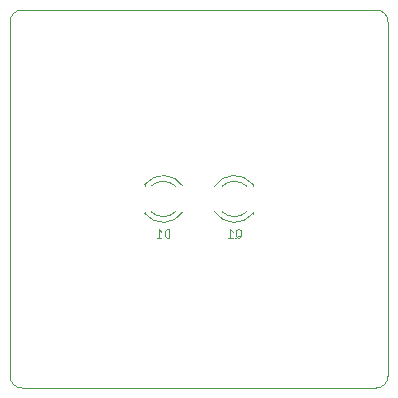
<source format=gbr>
%TF.GenerationSoftware,KiCad,Pcbnew,(5.99.0-3309-g5424d6fa0)*%
%TF.CreationDate,2020-10-07T16:53:38+02:00*%
%TF.ProjectId,ehz-adapter-v2,65687a2d-6164-4617-9074-65722d76322e,rev?*%
%TF.SameCoordinates,Original*%
%TF.FileFunction,Legend,Bot*%
%TF.FilePolarity,Positive*%
%FSLAX46Y46*%
G04 Gerber Fmt 4.6, Leading zero omitted, Abs format (unit mm)*
G04 Created by KiCad (PCBNEW (5.99.0-3309-g5424d6fa0)) date 2020-10-07 16:53:38*
%MOMM*%
%LPD*%
G01*
G04 APERTURE LIST*
%TA.AperFunction,Profile*%
%ADD10C,0.100000*%
%TD*%
%ADD11C,0.100000*%
%ADD12C,0.120000*%
G04 APERTURE END LIST*
D10*
X40000000Y-39000000D02*
G75*
G03*
X39000000Y-40000000I0J-1000000D01*
G01*
X40000000Y-39000000D02*
X70000000Y-39000000D01*
X71000000Y-40000000D02*
X71000000Y-70000000D01*
X39000000Y-70000000D02*
X39000000Y-40000000D01*
X71000000Y-40000000D02*
G75*
G03*
X70000000Y-39000000I-1000000J0D01*
G01*
X39000000Y-70000000D02*
G75*
G03*
X40000000Y-71000000I1000000J0D01*
G01*
X70000000Y-71000000D02*
X40000000Y-71000000D01*
X70000000Y-71000000D02*
G75*
G03*
X71000000Y-70000000I0J1000000D01*
G01*
D11*
X58066666Y-58333333D02*
X58133333Y-58300000D01*
X58200000Y-58233333D01*
X58300000Y-58133333D01*
X58366666Y-58100000D01*
X58433333Y-58100000D01*
X58400000Y-58266666D02*
X58466666Y-58233333D01*
X58533333Y-58166666D01*
X58566666Y-58033333D01*
X58566666Y-57800000D01*
X58533333Y-57666666D01*
X58466666Y-57600000D01*
X58400000Y-57566666D01*
X58266666Y-57566666D01*
X58200000Y-57600000D01*
X58133333Y-57666666D01*
X58100000Y-57800000D01*
X58100000Y-58033333D01*
X58133333Y-58166666D01*
X58200000Y-58233333D01*
X58266666Y-58266666D01*
X58400000Y-58266666D01*
X57433333Y-58266666D02*
X57833333Y-58266666D01*
X57633333Y-58266666D02*
X57633333Y-57566666D01*
X57700000Y-57666666D01*
X57766666Y-57733333D01*
X57833333Y-57766666D01*
X52486666Y-58276666D02*
X52486666Y-57576666D01*
X52320000Y-57576666D01*
X52220000Y-57610000D01*
X52153333Y-57676666D01*
X52120000Y-57743333D01*
X52086666Y-57876666D01*
X52086666Y-57976666D01*
X52120000Y-58110000D01*
X52153333Y-58176666D01*
X52220000Y-58243333D01*
X52320000Y-58276666D01*
X52486666Y-58276666D01*
X51420000Y-58276666D02*
X51820000Y-58276666D01*
X51620000Y-58276666D02*
X51620000Y-57576666D01*
X51686666Y-57676666D01*
X51753333Y-57743333D01*
X51820000Y-57776666D01*
D12*
X59555000Y-53764000D02*
X59555000Y-53920000D01*
X59555000Y-56080000D02*
X59555000Y-56236000D01*
X56322665Y-53921392D02*
G75*
G02*
X59555000Y-53764484I1672335J-1078608D01*
G01*
X56953870Y-53920163D02*
G75*
G02*
X59035961Y-53920000I1041130J-1079837D01*
G01*
X56322665Y-56078608D02*
G75*
G03*
X59555000Y-56235516I1672335J1078608D01*
G01*
X56953870Y-56079837D02*
G75*
G03*
X59035961Y-56080000I1041130J1079837D01*
G01*
X50410000Y-53920000D02*
X50410000Y-53764000D01*
X50410000Y-56236000D02*
X50410000Y-56080000D01*
X53642335Y-56078608D02*
G75*
G02*
X50410000Y-56235516I-1672335J1078608D01*
G01*
X53011130Y-56079837D02*
G75*
G02*
X50929039Y-56080000I-1041130J1079837D01*
G01*
X53011130Y-53920163D02*
G75*
G03*
X50929039Y-53920000I-1041130J-1079837D01*
G01*
X53642335Y-53921392D02*
G75*
G03*
X50410000Y-53764484I-1672335J-1078608D01*
G01*
M02*

</source>
